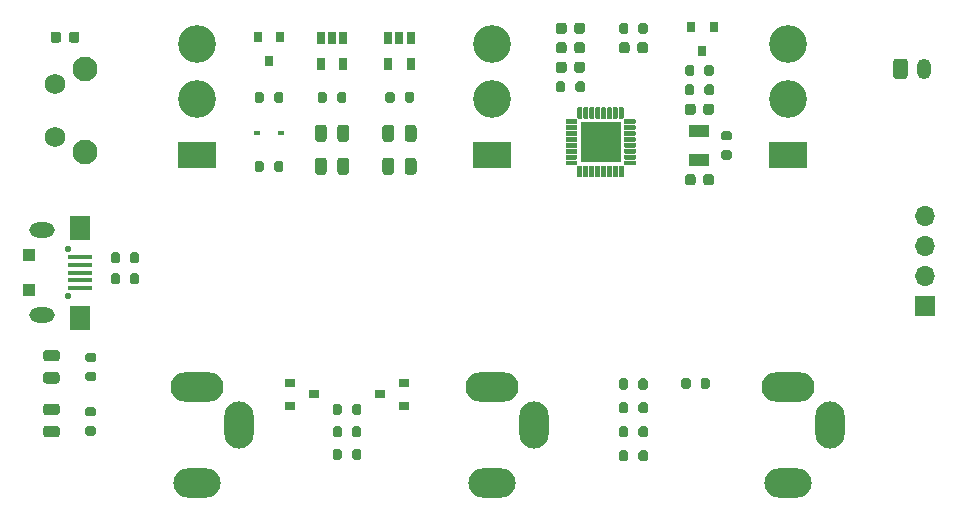
<source format=gts>
G04 #@! TF.GenerationSoftware,KiCad,Pcbnew,(5.1.9-0-10_14)*
G04 #@! TF.CreationDate,2021-04-21T20:11:12+02:00*
G04 #@! TF.ProjectId,ledTruck,6c656454-7275-4636-9b2e-6b696361645f,1.1*
G04 #@! TF.SameCoordinates,Original*
G04 #@! TF.FileFunction,Soldermask,Top*
G04 #@! TF.FilePolarity,Negative*
%FSLAX46Y46*%
G04 Gerber Fmt 4.6, Leading zero omitted, Abs format (unit mm)*
G04 Created by KiCad (PCBNEW (5.1.9-0-10_14)) date 2021-04-21 20:11:12*
%MOMM*%
%LPD*%
G01*
G04 APERTURE LIST*
%ADD10O,1.700000X1.700000*%
%ADD11R,1.700000X1.700000*%
%ADD12O,4.500000X2.500000*%
%ADD13O,2.500000X4.000000*%
%ADD14O,4.000000X2.500000*%
%ADD15C,2.100000*%
%ADD16C,1.750000*%
%ADD17R,0.800000X0.900000*%
%ADD18R,0.900000X0.800000*%
%ADD19R,0.600000X0.450000*%
%ADD20R,0.650000X1.060000*%
%ADD21O,1.200000X1.750000*%
%ADD22C,0.400000*%
%ADD23R,3.450000X3.450000*%
%ADD24R,1.000000X1.000000*%
%ADD25R,2.150000X0.400000*%
%ADD26R,1.800000X2.000000*%
%ADD27O,2.150000X1.300000*%
%ADD28C,0.550000*%
%ADD29R,1.800000X1.000000*%
%ADD30R,3.200000X2.300000*%
%ADD31C,3.200000*%
G04 APERTURE END LIST*
D10*
X76586160Y-18671460D03*
X76586160Y-21211460D03*
X76586160Y-23751460D03*
D11*
X76586160Y-26291460D03*
D12*
X65000000Y-33200000D03*
D13*
X68550000Y-36400000D03*
D14*
X65000000Y-41300000D03*
D12*
X40000000Y-33200000D03*
D13*
X43550000Y-36400000D03*
D14*
X40000000Y-41300000D03*
D12*
X15000000Y-33200000D03*
D13*
X18550000Y-36400000D03*
D14*
X15000000Y-41300000D03*
G36*
G01*
X8465000Y-21950000D02*
X8465000Y-22500000D01*
G75*
G02*
X8265000Y-22700000I-200000J0D01*
G01*
X7865000Y-22700000D01*
G75*
G02*
X7665000Y-22500000I0J200000D01*
G01*
X7665000Y-21950000D01*
G75*
G02*
X7865000Y-21750000I200000J0D01*
G01*
X8265000Y-21750000D01*
G75*
G02*
X8465000Y-21950000I0J-200000D01*
G01*
G37*
G36*
G01*
X10115000Y-21950000D02*
X10115000Y-22500000D01*
G75*
G02*
X9915000Y-22700000I-200000J0D01*
G01*
X9515000Y-22700000D01*
G75*
G02*
X9315000Y-22500000I0J200000D01*
G01*
X9315000Y-21950000D01*
G75*
G02*
X9515000Y-21750000I200000J0D01*
G01*
X9915000Y-21750000D01*
G75*
G02*
X10115000Y-21950000I0J-200000D01*
G01*
G37*
G36*
G01*
X9315000Y-24278000D02*
X9315000Y-23728000D01*
G75*
G02*
X9515000Y-23528000I200000J0D01*
G01*
X9915000Y-23528000D01*
G75*
G02*
X10115000Y-23728000I0J-200000D01*
G01*
X10115000Y-24278000D01*
G75*
G02*
X9915000Y-24478000I-200000J0D01*
G01*
X9515000Y-24478000D01*
G75*
G02*
X9315000Y-24278000I0J200000D01*
G01*
G37*
G36*
G01*
X7665000Y-24278000D02*
X7665000Y-23728000D01*
G75*
G02*
X7865000Y-23528000I200000J0D01*
G01*
X8265000Y-23528000D01*
G75*
G02*
X8465000Y-23728000I0J-200000D01*
G01*
X8465000Y-24278000D01*
G75*
G02*
X8265000Y-24478000I-200000J0D01*
G01*
X7865000Y-24478000D01*
G75*
G02*
X7665000Y-24278000I0J200000D01*
G01*
G37*
D15*
X5490000Y-13250000D03*
D16*
X3000000Y-12000000D03*
X3000000Y-7500000D03*
D15*
X5490000Y-6240000D03*
G36*
G01*
X25991000Y-8361000D02*
X25991000Y-8911000D01*
G75*
G02*
X25791000Y-9111000I-200000J0D01*
G01*
X25391000Y-9111000D01*
G75*
G02*
X25191000Y-8911000I0J200000D01*
G01*
X25191000Y-8361000D01*
G75*
G02*
X25391000Y-8161000I200000J0D01*
G01*
X25791000Y-8161000D01*
G75*
G02*
X25991000Y-8361000I0J-200000D01*
G01*
G37*
G36*
G01*
X27641000Y-8361000D02*
X27641000Y-8911000D01*
G75*
G02*
X27441000Y-9111000I-200000J0D01*
G01*
X27041000Y-9111000D01*
G75*
G02*
X26841000Y-8911000I0J200000D01*
G01*
X26841000Y-8361000D01*
G75*
G02*
X27041000Y-8161000I200000J0D01*
G01*
X27441000Y-8161000D01*
G75*
G02*
X27641000Y-8361000I0J-200000D01*
G01*
G37*
G36*
G01*
X21507000Y-14753000D02*
X21507000Y-14203000D01*
G75*
G02*
X21707000Y-14003000I200000J0D01*
G01*
X22107000Y-14003000D01*
G75*
G02*
X22307000Y-14203000I0J-200000D01*
G01*
X22307000Y-14753000D01*
G75*
G02*
X22107000Y-14953000I-200000J0D01*
G01*
X21707000Y-14953000D01*
G75*
G02*
X21507000Y-14753000I0J200000D01*
G01*
G37*
G36*
G01*
X19857000Y-14753000D02*
X19857000Y-14203000D01*
G75*
G02*
X20057000Y-14003000I200000J0D01*
G01*
X20457000Y-14003000D01*
G75*
G02*
X20657000Y-14203000I0J-200000D01*
G01*
X20657000Y-14753000D01*
G75*
G02*
X20457000Y-14953000I-200000J0D01*
G01*
X20057000Y-14953000D01*
G75*
G02*
X19857000Y-14753000I0J200000D01*
G01*
G37*
G36*
G01*
X20657000Y-8361000D02*
X20657000Y-8911000D01*
G75*
G02*
X20457000Y-9111000I-200000J0D01*
G01*
X20057000Y-9111000D01*
G75*
G02*
X19857000Y-8911000I0J200000D01*
G01*
X19857000Y-8361000D01*
G75*
G02*
X20057000Y-8161000I200000J0D01*
G01*
X20457000Y-8161000D01*
G75*
G02*
X20657000Y-8361000I0J-200000D01*
G01*
G37*
G36*
G01*
X22307000Y-8361000D02*
X22307000Y-8911000D01*
G75*
G02*
X22107000Y-9111000I-200000J0D01*
G01*
X21707000Y-9111000D01*
G75*
G02*
X21507000Y-8911000I0J200000D01*
G01*
X21507000Y-8361000D01*
G75*
G02*
X21707000Y-8161000I200000J0D01*
G01*
X22107000Y-8161000D01*
G75*
G02*
X22307000Y-8361000I0J-200000D01*
G01*
G37*
G36*
G01*
X27261000Y-34777000D02*
X27261000Y-35327000D01*
G75*
G02*
X27061000Y-35527000I-200000J0D01*
G01*
X26661000Y-35527000D01*
G75*
G02*
X26461000Y-35327000I0J200000D01*
G01*
X26461000Y-34777000D01*
G75*
G02*
X26661000Y-34577000I200000J0D01*
G01*
X27061000Y-34577000D01*
G75*
G02*
X27261000Y-34777000I0J-200000D01*
G01*
G37*
G36*
G01*
X28911000Y-34777000D02*
X28911000Y-35327000D01*
G75*
G02*
X28711000Y-35527000I-200000J0D01*
G01*
X28311000Y-35527000D01*
G75*
G02*
X28111000Y-35327000I0J200000D01*
G01*
X28111000Y-34777000D01*
G75*
G02*
X28311000Y-34577000I200000J0D01*
G01*
X28711000Y-34577000D01*
G75*
G02*
X28911000Y-34777000I0J-200000D01*
G01*
G37*
D17*
X21082000Y-5572000D03*
X20132000Y-3572000D03*
X22032000Y-3572000D03*
D18*
X30496000Y-33782000D03*
X32496000Y-32832000D03*
X32496000Y-34732000D03*
X24876000Y-33782000D03*
X22876000Y-34732000D03*
X22876000Y-32832000D03*
D19*
X22132000Y-11684000D03*
X20032000Y-11684000D03*
G36*
G01*
X4135000Y-3806000D02*
X4135000Y-3306000D01*
G75*
G02*
X4360000Y-3081000I225000J0D01*
G01*
X4810000Y-3081000D01*
G75*
G02*
X5035000Y-3306000I0J-225000D01*
G01*
X5035000Y-3806000D01*
G75*
G02*
X4810000Y-4031000I-225000J0D01*
G01*
X4360000Y-4031000D01*
G75*
G02*
X4135000Y-3806000I0J225000D01*
G01*
G37*
G36*
G01*
X2585000Y-3806000D02*
X2585000Y-3306000D01*
G75*
G02*
X2810000Y-3081000I225000J0D01*
G01*
X3260000Y-3081000D01*
G75*
G02*
X3485000Y-3306000I0J-225000D01*
G01*
X3485000Y-3806000D01*
G75*
G02*
X3260000Y-4031000I-225000J0D01*
G01*
X2810000Y-4031000D01*
G75*
G02*
X2585000Y-3806000I0J225000D01*
G01*
G37*
G36*
G01*
X52363000Y-3074000D02*
X52363000Y-2524000D01*
G75*
G02*
X52563000Y-2324000I200000J0D01*
G01*
X52963000Y-2324000D01*
G75*
G02*
X53163000Y-2524000I0J-200000D01*
G01*
X53163000Y-3074000D01*
G75*
G02*
X52963000Y-3274000I-200000J0D01*
G01*
X52563000Y-3274000D01*
G75*
G02*
X52363000Y-3074000I0J200000D01*
G01*
G37*
G36*
G01*
X50713000Y-3074000D02*
X50713000Y-2524000D01*
G75*
G02*
X50913000Y-2324000I200000J0D01*
G01*
X51313000Y-2324000D01*
G75*
G02*
X51513000Y-2524000I0J-200000D01*
G01*
X51513000Y-3074000D01*
G75*
G02*
X51313000Y-3274000I-200000J0D01*
G01*
X50913000Y-3274000D01*
G75*
G02*
X50713000Y-3074000I0J200000D01*
G01*
G37*
D17*
X57780000Y-4688000D03*
X56830000Y-2688000D03*
X58730000Y-2688000D03*
G36*
G01*
X51613000Y-4200000D02*
X51613000Y-4700000D01*
G75*
G02*
X51388000Y-4925000I-225000J0D01*
G01*
X50938000Y-4925000D01*
G75*
G02*
X50713000Y-4700000I0J225000D01*
G01*
X50713000Y-4200000D01*
G75*
G02*
X50938000Y-3975000I225000J0D01*
G01*
X51388000Y-3975000D01*
G75*
G02*
X51613000Y-4200000I0J-225000D01*
G01*
G37*
G36*
G01*
X53163000Y-4200000D02*
X53163000Y-4700000D01*
G75*
G02*
X52938000Y-4925000I-225000J0D01*
G01*
X52488000Y-4925000D01*
G75*
G02*
X52263000Y-4700000I0J225000D01*
G01*
X52263000Y-4200000D01*
G75*
G02*
X52488000Y-3975000I225000J0D01*
G01*
X52938000Y-3975000D01*
G75*
G02*
X53163000Y-4200000I0J-225000D01*
G01*
G37*
D20*
X33076000Y-5804000D03*
X31176000Y-5804000D03*
X31176000Y-3604000D03*
X32126000Y-3604000D03*
X33076000Y-3604000D03*
X27366000Y-5799000D03*
X25466000Y-5799000D03*
X25466000Y-3599000D03*
X26416000Y-3599000D03*
X27366000Y-3599000D03*
D21*
X76544000Y-6228000D03*
G36*
G01*
X73944000Y-6853001D02*
X73944000Y-5602999D01*
G75*
G02*
X74193999Y-5353000I249999J0D01*
G01*
X74894001Y-5353000D01*
G75*
G02*
X75144000Y-5602999I0J-249999D01*
G01*
X75144000Y-6853001D01*
G75*
G02*
X74894001Y-7103000I-249999J0D01*
G01*
X74193999Y-7103000D01*
G75*
G02*
X73944000Y-6853001I0J249999D01*
G01*
G37*
G36*
G01*
X56770800Y-32592600D02*
X56770800Y-33142600D01*
G75*
G02*
X56570800Y-33342600I-200000J0D01*
G01*
X56170800Y-33342600D01*
G75*
G02*
X55970800Y-33142600I0J200000D01*
G01*
X55970800Y-32592600D01*
G75*
G02*
X56170800Y-32392600I200000J0D01*
G01*
X56570800Y-32392600D01*
G75*
G02*
X56770800Y-32592600I0J-200000D01*
G01*
G37*
G36*
G01*
X58420800Y-32592600D02*
X58420800Y-33142600D01*
G75*
G02*
X58220800Y-33342600I-200000J0D01*
G01*
X57820800Y-33342600D01*
G75*
G02*
X57620800Y-33142600I0J200000D01*
G01*
X57620800Y-32592600D01*
G75*
G02*
X57820800Y-32392600I200000J0D01*
G01*
X58220800Y-32392600D01*
G75*
G02*
X58420800Y-32592600I0J-200000D01*
G01*
G37*
G36*
G01*
X57951000Y-8281000D02*
X57951000Y-7731000D01*
G75*
G02*
X58151000Y-7531000I200000J0D01*
G01*
X58551000Y-7531000D01*
G75*
G02*
X58751000Y-7731000I0J-200000D01*
G01*
X58751000Y-8281000D01*
G75*
G02*
X58551000Y-8481000I-200000J0D01*
G01*
X58151000Y-8481000D01*
G75*
G02*
X57951000Y-8281000I0J200000D01*
G01*
G37*
G36*
G01*
X56301000Y-8281000D02*
X56301000Y-7731000D01*
G75*
G02*
X56501000Y-7531000I200000J0D01*
G01*
X56901000Y-7531000D01*
G75*
G02*
X57101000Y-7731000I0J-200000D01*
G01*
X57101000Y-8281000D01*
G75*
G02*
X56901000Y-8481000I-200000J0D01*
G01*
X56501000Y-8481000D01*
G75*
G02*
X56301000Y-8281000I0J200000D01*
G01*
G37*
G36*
G01*
X57101000Y-6080000D02*
X57101000Y-6630000D01*
G75*
G02*
X56901000Y-6830000I-200000J0D01*
G01*
X56501000Y-6830000D01*
G75*
G02*
X56301000Y-6630000I0J200000D01*
G01*
X56301000Y-6080000D01*
G75*
G02*
X56501000Y-5880000I200000J0D01*
G01*
X56901000Y-5880000D01*
G75*
G02*
X57101000Y-6080000I0J-200000D01*
G01*
G37*
G36*
G01*
X58751000Y-6080000D02*
X58751000Y-6630000D01*
G75*
G02*
X58551000Y-6830000I-200000J0D01*
G01*
X58151000Y-6830000D01*
G75*
G02*
X57951000Y-6630000I0J200000D01*
G01*
X57951000Y-6080000D01*
G75*
G02*
X58151000Y-5880000I200000J0D01*
G01*
X58551000Y-5880000D01*
G75*
G02*
X58751000Y-6080000I0J-200000D01*
G01*
G37*
G36*
G01*
X5694000Y-36493000D02*
X6244000Y-36493000D01*
G75*
G02*
X6444000Y-36693000I0J-200000D01*
G01*
X6444000Y-37093000D01*
G75*
G02*
X6244000Y-37293000I-200000J0D01*
G01*
X5694000Y-37293000D01*
G75*
G02*
X5494000Y-37093000I0J200000D01*
G01*
X5494000Y-36693000D01*
G75*
G02*
X5694000Y-36493000I200000J0D01*
G01*
G37*
G36*
G01*
X5694000Y-34843000D02*
X6244000Y-34843000D01*
G75*
G02*
X6444000Y-35043000I0J-200000D01*
G01*
X6444000Y-35443000D01*
G75*
G02*
X6244000Y-35643000I-200000J0D01*
G01*
X5694000Y-35643000D01*
G75*
G02*
X5494000Y-35443000I0J200000D01*
G01*
X5494000Y-35043000D01*
G75*
G02*
X5694000Y-34843000I200000J0D01*
G01*
G37*
G36*
G01*
X6269400Y-31045600D02*
X5719400Y-31045600D01*
G75*
G02*
X5519400Y-30845600I0J200000D01*
G01*
X5519400Y-30445600D01*
G75*
G02*
X5719400Y-30245600I200000J0D01*
G01*
X6269400Y-30245600D01*
G75*
G02*
X6469400Y-30445600I0J-200000D01*
G01*
X6469400Y-30845600D01*
G75*
G02*
X6269400Y-31045600I-200000J0D01*
G01*
G37*
G36*
G01*
X6269400Y-32695600D02*
X5719400Y-32695600D01*
G75*
G02*
X5519400Y-32495600I0J200000D01*
G01*
X5519400Y-32095600D01*
G75*
G02*
X5719400Y-31895600I200000J0D01*
G01*
X6269400Y-31895600D01*
G75*
G02*
X6469400Y-32095600I0J-200000D01*
G01*
X6469400Y-32495600D01*
G75*
G02*
X6269400Y-32695600I-200000J0D01*
G01*
G37*
G36*
G01*
X47029000Y-8027000D02*
X47029000Y-7477000D01*
G75*
G02*
X47229000Y-7277000I200000J0D01*
G01*
X47629000Y-7277000D01*
G75*
G02*
X47829000Y-7477000I0J-200000D01*
G01*
X47829000Y-8027000D01*
G75*
G02*
X47629000Y-8227000I-200000J0D01*
G01*
X47229000Y-8227000D01*
G75*
G02*
X47029000Y-8027000I0J200000D01*
G01*
G37*
G36*
G01*
X45379000Y-8027000D02*
X45379000Y-7477000D01*
G75*
G02*
X45579000Y-7277000I200000J0D01*
G01*
X45979000Y-7277000D01*
G75*
G02*
X46179000Y-7477000I0J-200000D01*
G01*
X46179000Y-8027000D01*
G75*
G02*
X45979000Y-8227000I-200000J0D01*
G01*
X45579000Y-8227000D01*
G75*
G02*
X45379000Y-8027000I0J200000D01*
G01*
G37*
G36*
G01*
X60087000Y-12280000D02*
X59537000Y-12280000D01*
G75*
G02*
X59337000Y-12080000I0J200000D01*
G01*
X59337000Y-11680000D01*
G75*
G02*
X59537000Y-11480000I200000J0D01*
G01*
X60087000Y-11480000D01*
G75*
G02*
X60287000Y-11680000I0J-200000D01*
G01*
X60287000Y-12080000D01*
G75*
G02*
X60087000Y-12280000I-200000J0D01*
G01*
G37*
G36*
G01*
X60087000Y-13930000D02*
X59537000Y-13930000D01*
G75*
G02*
X59337000Y-13730000I0J200000D01*
G01*
X59337000Y-13330000D01*
G75*
G02*
X59537000Y-13130000I200000J0D01*
G01*
X60087000Y-13130000D01*
G75*
G02*
X60287000Y-13330000I0J-200000D01*
G01*
X60287000Y-13730000D01*
G75*
G02*
X60087000Y-13930000I-200000J0D01*
G01*
G37*
G36*
G01*
X31726400Y-8361000D02*
X31726400Y-8911000D01*
G75*
G02*
X31526400Y-9111000I-200000J0D01*
G01*
X31126400Y-9111000D01*
G75*
G02*
X30926400Y-8911000I0J200000D01*
G01*
X30926400Y-8361000D01*
G75*
G02*
X31126400Y-8161000I200000J0D01*
G01*
X31526400Y-8161000D01*
G75*
G02*
X31726400Y-8361000I0J-200000D01*
G01*
G37*
G36*
G01*
X33376400Y-8361000D02*
X33376400Y-8911000D01*
G75*
G02*
X33176400Y-9111000I-200000J0D01*
G01*
X32776400Y-9111000D01*
G75*
G02*
X32576400Y-8911000I0J200000D01*
G01*
X32576400Y-8361000D01*
G75*
G02*
X32776400Y-8161000I200000J0D01*
G01*
X33176400Y-8161000D01*
G75*
G02*
X33376400Y-8361000I0J-200000D01*
G01*
G37*
G36*
G01*
X51513000Y-38719000D02*
X51513000Y-39269000D01*
G75*
G02*
X51313000Y-39469000I-200000J0D01*
G01*
X50913000Y-39469000D01*
G75*
G02*
X50713000Y-39269000I0J200000D01*
G01*
X50713000Y-38719000D01*
G75*
G02*
X50913000Y-38519000I200000J0D01*
G01*
X51313000Y-38519000D01*
G75*
G02*
X51513000Y-38719000I0J-200000D01*
G01*
G37*
G36*
G01*
X53163000Y-38719000D02*
X53163000Y-39269000D01*
G75*
G02*
X52963000Y-39469000I-200000J0D01*
G01*
X52563000Y-39469000D01*
G75*
G02*
X52363000Y-39269000I0J200000D01*
G01*
X52363000Y-38719000D01*
G75*
G02*
X52563000Y-38519000I200000J0D01*
G01*
X52963000Y-38519000D01*
G75*
G02*
X53163000Y-38719000I0J-200000D01*
G01*
G37*
G36*
G01*
X52363000Y-35205000D02*
X52363000Y-34655000D01*
G75*
G02*
X52563000Y-34455000I200000J0D01*
G01*
X52963000Y-34455000D01*
G75*
G02*
X53163000Y-34655000I0J-200000D01*
G01*
X53163000Y-35205000D01*
G75*
G02*
X52963000Y-35405000I-200000J0D01*
G01*
X52563000Y-35405000D01*
G75*
G02*
X52363000Y-35205000I0J200000D01*
G01*
G37*
G36*
G01*
X50713000Y-35205000D02*
X50713000Y-34655000D01*
G75*
G02*
X50913000Y-34455000I200000J0D01*
G01*
X51313000Y-34455000D01*
G75*
G02*
X51513000Y-34655000I0J-200000D01*
G01*
X51513000Y-35205000D01*
G75*
G02*
X51313000Y-35405000I-200000J0D01*
G01*
X50913000Y-35405000D01*
G75*
G02*
X50713000Y-35205000I0J200000D01*
G01*
G37*
G36*
G01*
X28111000Y-37232000D02*
X28111000Y-36682000D01*
G75*
G02*
X28311000Y-36482000I200000J0D01*
G01*
X28711000Y-36482000D01*
G75*
G02*
X28911000Y-36682000I0J-200000D01*
G01*
X28911000Y-37232000D01*
G75*
G02*
X28711000Y-37432000I-200000J0D01*
G01*
X28311000Y-37432000D01*
G75*
G02*
X28111000Y-37232000I0J200000D01*
G01*
G37*
G36*
G01*
X26461000Y-37232000D02*
X26461000Y-36682000D01*
G75*
G02*
X26661000Y-36482000I200000J0D01*
G01*
X27061000Y-36482000D01*
G75*
G02*
X27261000Y-36682000I0J-200000D01*
G01*
X27261000Y-37232000D01*
G75*
G02*
X27061000Y-37432000I-200000J0D01*
G01*
X26661000Y-37432000D01*
G75*
G02*
X26461000Y-37232000I0J200000D01*
G01*
G37*
G36*
G01*
X51513000Y-36687000D02*
X51513000Y-37237000D01*
G75*
G02*
X51313000Y-37437000I-200000J0D01*
G01*
X50913000Y-37437000D01*
G75*
G02*
X50713000Y-37237000I0J200000D01*
G01*
X50713000Y-36687000D01*
G75*
G02*
X50913000Y-36487000I200000J0D01*
G01*
X51313000Y-36487000D01*
G75*
G02*
X51513000Y-36687000I0J-200000D01*
G01*
G37*
G36*
G01*
X53163000Y-36687000D02*
X53163000Y-37237000D01*
G75*
G02*
X52963000Y-37437000I-200000J0D01*
G01*
X52563000Y-37437000D01*
G75*
G02*
X52363000Y-37237000I0J200000D01*
G01*
X52363000Y-36687000D01*
G75*
G02*
X52563000Y-36487000I200000J0D01*
G01*
X52963000Y-36487000D01*
G75*
G02*
X53163000Y-36687000I0J-200000D01*
G01*
G37*
G36*
G01*
X51492600Y-32643400D02*
X51492600Y-33193400D01*
G75*
G02*
X51292600Y-33393400I-200000J0D01*
G01*
X50892600Y-33393400D01*
G75*
G02*
X50692600Y-33193400I0J200000D01*
G01*
X50692600Y-32643400D01*
G75*
G02*
X50892600Y-32443400I200000J0D01*
G01*
X51292600Y-32443400D01*
G75*
G02*
X51492600Y-32643400I0J-200000D01*
G01*
G37*
G36*
G01*
X53142600Y-32643400D02*
X53142600Y-33193400D01*
G75*
G02*
X52942600Y-33393400I-200000J0D01*
G01*
X52542600Y-33393400D01*
G75*
G02*
X52342600Y-33193400I0J200000D01*
G01*
X52342600Y-32643400D01*
G75*
G02*
X52542600Y-32443400I200000J0D01*
G01*
X52942600Y-32443400D01*
G75*
G02*
X53142600Y-32643400I0J-200000D01*
G01*
G37*
G36*
G01*
X28111000Y-39137000D02*
X28111000Y-38587000D01*
G75*
G02*
X28311000Y-38387000I200000J0D01*
G01*
X28711000Y-38387000D01*
G75*
G02*
X28911000Y-38587000I0J-200000D01*
G01*
X28911000Y-39137000D01*
G75*
G02*
X28711000Y-39337000I-200000J0D01*
G01*
X28311000Y-39337000D01*
G75*
G02*
X28111000Y-39137000I0J200000D01*
G01*
G37*
G36*
G01*
X26461000Y-39137000D02*
X26461000Y-38587000D01*
G75*
G02*
X26661000Y-38387000I200000J0D01*
G01*
X27061000Y-38387000D01*
G75*
G02*
X27261000Y-38587000I0J-200000D01*
G01*
X27261000Y-39137000D01*
G75*
G02*
X27061000Y-39337000I-200000J0D01*
G01*
X26661000Y-39337000D01*
G75*
G02*
X26461000Y-39137000I0J200000D01*
G01*
G37*
G36*
G01*
X25966000Y-14003000D02*
X25966000Y-14953000D01*
G75*
G02*
X25716000Y-15203000I-250000J0D01*
G01*
X25216000Y-15203000D01*
G75*
G02*
X24966000Y-14953000I0J250000D01*
G01*
X24966000Y-14003000D01*
G75*
G02*
X25216000Y-13753000I250000J0D01*
G01*
X25716000Y-13753000D01*
G75*
G02*
X25966000Y-14003000I0J-250000D01*
G01*
G37*
G36*
G01*
X27866000Y-14003000D02*
X27866000Y-14953000D01*
G75*
G02*
X27616000Y-15203000I-250000J0D01*
G01*
X27116000Y-15203000D01*
G75*
G02*
X26866000Y-14953000I0J250000D01*
G01*
X26866000Y-14003000D01*
G75*
G02*
X27116000Y-13753000I250000J0D01*
G01*
X27616000Y-13753000D01*
G75*
G02*
X27866000Y-14003000I0J-250000D01*
G01*
G37*
G36*
G01*
X46279000Y-5851000D02*
X46279000Y-6351000D01*
G75*
G02*
X46054000Y-6576000I-225000J0D01*
G01*
X45604000Y-6576000D01*
G75*
G02*
X45379000Y-6351000I0J225000D01*
G01*
X45379000Y-5851000D01*
G75*
G02*
X45604000Y-5626000I225000J0D01*
G01*
X46054000Y-5626000D01*
G75*
G02*
X46279000Y-5851000I0J-225000D01*
G01*
G37*
G36*
G01*
X47829000Y-5851000D02*
X47829000Y-6351000D01*
G75*
G02*
X47604000Y-6576000I-225000J0D01*
G01*
X47154000Y-6576000D01*
G75*
G02*
X46929000Y-6351000I0J225000D01*
G01*
X46929000Y-5851000D01*
G75*
G02*
X47154000Y-5626000I225000J0D01*
G01*
X47604000Y-5626000D01*
G75*
G02*
X47829000Y-5851000I0J-225000D01*
G01*
G37*
G36*
G01*
X32576000Y-12164000D02*
X32576000Y-11214000D01*
G75*
G02*
X32826000Y-10964000I250000J0D01*
G01*
X33326000Y-10964000D01*
G75*
G02*
X33576000Y-11214000I0J-250000D01*
G01*
X33576000Y-12164000D01*
G75*
G02*
X33326000Y-12414000I-250000J0D01*
G01*
X32826000Y-12414000D01*
G75*
G02*
X32576000Y-12164000I0J250000D01*
G01*
G37*
G36*
G01*
X30676000Y-12164000D02*
X30676000Y-11214000D01*
G75*
G02*
X30926000Y-10964000I250000J0D01*
G01*
X31426000Y-10964000D01*
G75*
G02*
X31676000Y-11214000I0J-250000D01*
G01*
X31676000Y-12164000D01*
G75*
G02*
X31426000Y-12414000I-250000J0D01*
G01*
X30926000Y-12414000D01*
G75*
G02*
X30676000Y-12164000I0J250000D01*
G01*
G37*
G36*
G01*
X46929000Y-4700000D02*
X46929000Y-4200000D01*
G75*
G02*
X47154000Y-3975000I225000J0D01*
G01*
X47604000Y-3975000D01*
G75*
G02*
X47829000Y-4200000I0J-225000D01*
G01*
X47829000Y-4700000D01*
G75*
G02*
X47604000Y-4925000I-225000J0D01*
G01*
X47154000Y-4925000D01*
G75*
G02*
X46929000Y-4700000I0J225000D01*
G01*
G37*
G36*
G01*
X45379000Y-4700000D02*
X45379000Y-4200000D01*
G75*
G02*
X45604000Y-3975000I225000J0D01*
G01*
X46054000Y-3975000D01*
G75*
G02*
X46279000Y-4200000I0J-225000D01*
G01*
X46279000Y-4700000D01*
G75*
G02*
X46054000Y-4925000I-225000J0D01*
G01*
X45604000Y-4925000D01*
G75*
G02*
X45379000Y-4700000I0J225000D01*
G01*
G37*
G36*
G01*
X46929000Y-3049000D02*
X46929000Y-2549000D01*
G75*
G02*
X47154000Y-2324000I225000J0D01*
G01*
X47604000Y-2324000D01*
G75*
G02*
X47829000Y-2549000I0J-225000D01*
G01*
X47829000Y-3049000D01*
G75*
G02*
X47604000Y-3274000I-225000J0D01*
G01*
X47154000Y-3274000D01*
G75*
G02*
X46929000Y-3049000I0J225000D01*
G01*
G37*
G36*
G01*
X45379000Y-3049000D02*
X45379000Y-2549000D01*
G75*
G02*
X45604000Y-2324000I225000J0D01*
G01*
X46054000Y-2324000D01*
G75*
G02*
X46279000Y-2549000I0J-225000D01*
G01*
X46279000Y-3049000D01*
G75*
G02*
X46054000Y-3274000I-225000J0D01*
G01*
X45604000Y-3274000D01*
G75*
G02*
X45379000Y-3049000I0J225000D01*
G01*
G37*
G36*
G01*
X25966000Y-11209000D02*
X25966000Y-12159000D01*
G75*
G02*
X25716000Y-12409000I-250000J0D01*
G01*
X25216000Y-12409000D01*
G75*
G02*
X24966000Y-12159000I0J250000D01*
G01*
X24966000Y-11209000D01*
G75*
G02*
X25216000Y-10959000I250000J0D01*
G01*
X25716000Y-10959000D01*
G75*
G02*
X25966000Y-11209000I0J-250000D01*
G01*
G37*
G36*
G01*
X27866000Y-11209000D02*
X27866000Y-12159000D01*
G75*
G02*
X27616000Y-12409000I-250000J0D01*
G01*
X27116000Y-12409000D01*
G75*
G02*
X26866000Y-12159000I0J250000D01*
G01*
X26866000Y-11209000D01*
G75*
G02*
X27116000Y-10959000I250000J0D01*
G01*
X27616000Y-10959000D01*
G75*
G02*
X27866000Y-11209000I0J-250000D01*
G01*
G37*
G36*
G01*
X57851000Y-9907000D02*
X57851000Y-9407000D01*
G75*
G02*
X58076000Y-9182000I225000J0D01*
G01*
X58526000Y-9182000D01*
G75*
G02*
X58751000Y-9407000I0J-225000D01*
G01*
X58751000Y-9907000D01*
G75*
G02*
X58526000Y-10132000I-225000J0D01*
G01*
X58076000Y-10132000D01*
G75*
G02*
X57851000Y-9907000I0J225000D01*
G01*
G37*
G36*
G01*
X56301000Y-9907000D02*
X56301000Y-9407000D01*
G75*
G02*
X56526000Y-9182000I225000J0D01*
G01*
X56976000Y-9182000D01*
G75*
G02*
X57201000Y-9407000I0J-225000D01*
G01*
X57201000Y-9907000D01*
G75*
G02*
X56976000Y-10132000I-225000J0D01*
G01*
X56526000Y-10132000D01*
G75*
G02*
X56301000Y-9907000I0J225000D01*
G01*
G37*
G36*
G01*
X57851000Y-15876000D02*
X57851000Y-15376000D01*
G75*
G02*
X58076000Y-15151000I225000J0D01*
G01*
X58526000Y-15151000D01*
G75*
G02*
X58751000Y-15376000I0J-225000D01*
G01*
X58751000Y-15876000D01*
G75*
G02*
X58526000Y-16101000I-225000J0D01*
G01*
X58076000Y-16101000D01*
G75*
G02*
X57851000Y-15876000I0J225000D01*
G01*
G37*
G36*
G01*
X56301000Y-15876000D02*
X56301000Y-15376000D01*
G75*
G02*
X56526000Y-15151000I225000J0D01*
G01*
X56976000Y-15151000D01*
G75*
G02*
X57201000Y-15376000I0J-225000D01*
G01*
X57201000Y-15876000D01*
G75*
G02*
X56976000Y-16101000I-225000J0D01*
G01*
X56526000Y-16101000D01*
G75*
G02*
X56301000Y-15876000I0J225000D01*
G01*
G37*
G36*
G01*
X32576000Y-14953000D02*
X32576000Y-14003000D01*
G75*
G02*
X32826000Y-13753000I250000J0D01*
G01*
X33326000Y-13753000D01*
G75*
G02*
X33576000Y-14003000I0J-250000D01*
G01*
X33576000Y-14953000D01*
G75*
G02*
X33326000Y-15203000I-250000J0D01*
G01*
X32826000Y-15203000D01*
G75*
G02*
X32576000Y-14953000I0J250000D01*
G01*
G37*
G36*
G01*
X30676000Y-14953000D02*
X30676000Y-14003000D01*
G75*
G02*
X30926000Y-13753000I250000J0D01*
G01*
X31426000Y-13753000D01*
G75*
G02*
X31676000Y-14003000I0J-250000D01*
G01*
X31676000Y-14953000D01*
G75*
G02*
X31426000Y-15203000I-250000J0D01*
G01*
X30926000Y-15203000D01*
G75*
G02*
X30676000Y-14953000I0J250000D01*
G01*
G37*
G36*
G01*
X2202630Y-36450000D02*
X3115130Y-36450000D01*
G75*
G02*
X3358880Y-36693750I0J-243750D01*
G01*
X3358880Y-37181250D01*
G75*
G02*
X3115130Y-37425000I-243750J0D01*
G01*
X2202630Y-37425000D01*
G75*
G02*
X1958880Y-37181250I0J243750D01*
G01*
X1958880Y-36693750D01*
G75*
G02*
X2202630Y-36450000I243750J0D01*
G01*
G37*
G36*
G01*
X2202630Y-34575000D02*
X3115130Y-34575000D01*
G75*
G02*
X3358880Y-34818750I0J-243750D01*
G01*
X3358880Y-35306250D01*
G75*
G02*
X3115130Y-35550000I-243750J0D01*
G01*
X2202630Y-35550000D01*
G75*
G02*
X1958880Y-35306250I0J243750D01*
G01*
X1958880Y-34818750D01*
G75*
G02*
X2202630Y-34575000I243750J0D01*
G01*
G37*
G36*
G01*
X2202630Y-31900000D02*
X3115130Y-31900000D01*
G75*
G02*
X3358880Y-32143750I0J-243750D01*
G01*
X3358880Y-32631250D01*
G75*
G02*
X3115130Y-32875000I-243750J0D01*
G01*
X2202630Y-32875000D01*
G75*
G02*
X1958880Y-32631250I0J243750D01*
G01*
X1958880Y-32143750D01*
G75*
G02*
X2202630Y-31900000I243750J0D01*
G01*
G37*
G36*
G01*
X2202630Y-30025000D02*
X3115130Y-30025000D01*
G75*
G02*
X3358880Y-30268750I0J-243750D01*
G01*
X3358880Y-30756250D01*
G75*
G02*
X3115130Y-31000000I-243750J0D01*
G01*
X2202630Y-31000000D01*
G75*
G02*
X1958880Y-30756250I0J243750D01*
G01*
X1958880Y-30268750D01*
G75*
G02*
X2202630Y-30025000I243750J0D01*
G01*
G37*
G36*
G01*
X51046000Y-15420000D02*
X50766000Y-15420000D01*
G75*
G02*
X50696000Y-15350000I0J70000D01*
G01*
X50696000Y-14500000D01*
G75*
G02*
X50766000Y-14430000I70000J0D01*
G01*
X51046000Y-14430000D01*
G75*
G02*
X51116000Y-14500000I0J-70000D01*
G01*
X51116000Y-15350000D01*
G75*
G02*
X51046000Y-15420000I-70000J0D01*
G01*
G37*
G36*
G01*
X50546000Y-15420000D02*
X50266000Y-15420000D01*
G75*
G02*
X50196000Y-15350000I0J70000D01*
G01*
X50196000Y-14500000D01*
G75*
G02*
X50266000Y-14430000I70000J0D01*
G01*
X50546000Y-14430000D01*
G75*
G02*
X50616000Y-14500000I0J-70000D01*
G01*
X50616000Y-15350000D01*
G75*
G02*
X50546000Y-15420000I-70000J0D01*
G01*
G37*
G36*
G01*
X50046000Y-15420000D02*
X49766000Y-15420000D01*
G75*
G02*
X49696000Y-15350000I0J70000D01*
G01*
X49696000Y-14500000D01*
G75*
G02*
X49766000Y-14430000I70000J0D01*
G01*
X50046000Y-14430000D01*
G75*
G02*
X50116000Y-14500000I0J-70000D01*
G01*
X50116000Y-15350000D01*
G75*
G02*
X50046000Y-15420000I-70000J0D01*
G01*
G37*
G36*
G01*
X49546000Y-15420000D02*
X49266000Y-15420000D01*
G75*
G02*
X49196000Y-15350000I0J70000D01*
G01*
X49196000Y-14500000D01*
G75*
G02*
X49266000Y-14430000I70000J0D01*
G01*
X49546000Y-14430000D01*
G75*
G02*
X49616000Y-14500000I0J-70000D01*
G01*
X49616000Y-15350000D01*
G75*
G02*
X49546000Y-15420000I-70000J0D01*
G01*
G37*
G36*
G01*
X49046000Y-15420000D02*
X48766000Y-15420000D01*
G75*
G02*
X48696000Y-15350000I0J70000D01*
G01*
X48696000Y-14500000D01*
G75*
G02*
X48766000Y-14430000I70000J0D01*
G01*
X49046000Y-14430000D01*
G75*
G02*
X49116000Y-14500000I0J-70000D01*
G01*
X49116000Y-15350000D01*
G75*
G02*
X49046000Y-15420000I-70000J0D01*
G01*
G37*
G36*
G01*
X48546000Y-15420000D02*
X48266000Y-15420000D01*
G75*
G02*
X48196000Y-15350000I0J70000D01*
G01*
X48196000Y-14500000D01*
G75*
G02*
X48266000Y-14430000I70000J0D01*
G01*
X48546000Y-14430000D01*
G75*
G02*
X48616000Y-14500000I0J-70000D01*
G01*
X48616000Y-15350000D01*
G75*
G02*
X48546000Y-15420000I-70000J0D01*
G01*
G37*
G36*
G01*
X48046000Y-15420000D02*
X47766000Y-15420000D01*
G75*
G02*
X47696000Y-15350000I0J70000D01*
G01*
X47696000Y-14500000D01*
G75*
G02*
X47766000Y-14430000I70000J0D01*
G01*
X48046000Y-14430000D01*
G75*
G02*
X48116000Y-14500000I0J-70000D01*
G01*
X48116000Y-15350000D01*
G75*
G02*
X48046000Y-15420000I-70000J0D01*
G01*
G37*
G36*
G01*
X47106000Y-14410000D02*
X46256000Y-14410000D01*
G75*
G02*
X46186000Y-14340000I0J70000D01*
G01*
X46186000Y-14060000D01*
G75*
G02*
X46256000Y-13990000I70000J0D01*
G01*
X47106000Y-13990000D01*
G75*
G02*
X47176000Y-14060000I0J-70000D01*
G01*
X47176000Y-14340000D01*
G75*
G02*
X47106000Y-14410000I-70000J0D01*
G01*
G37*
G36*
G01*
X47106000Y-13910000D02*
X46256000Y-13910000D01*
G75*
G02*
X46186000Y-13840000I0J70000D01*
G01*
X46186000Y-13560000D01*
G75*
G02*
X46256000Y-13490000I70000J0D01*
G01*
X47106000Y-13490000D01*
G75*
G02*
X47176000Y-13560000I0J-70000D01*
G01*
X47176000Y-13840000D01*
G75*
G02*
X47106000Y-13910000I-70000J0D01*
G01*
G37*
G36*
G01*
X47106000Y-13410000D02*
X46256000Y-13410000D01*
G75*
G02*
X46186000Y-13340000I0J70000D01*
G01*
X46186000Y-13060000D01*
G75*
G02*
X46256000Y-12990000I70000J0D01*
G01*
X47106000Y-12990000D01*
G75*
G02*
X47176000Y-13060000I0J-70000D01*
G01*
X47176000Y-13340000D01*
G75*
G02*
X47106000Y-13410000I-70000J0D01*
G01*
G37*
G36*
G01*
X47106000Y-12910000D02*
X46256000Y-12910000D01*
G75*
G02*
X46186000Y-12840000I0J70000D01*
G01*
X46186000Y-12560000D01*
G75*
G02*
X46256000Y-12490000I70000J0D01*
G01*
X47106000Y-12490000D01*
G75*
G02*
X47176000Y-12560000I0J-70000D01*
G01*
X47176000Y-12840000D01*
G75*
G02*
X47106000Y-12910000I-70000J0D01*
G01*
G37*
G36*
G01*
X47106000Y-12410000D02*
X46256000Y-12410000D01*
G75*
G02*
X46186000Y-12340000I0J70000D01*
G01*
X46186000Y-12060000D01*
G75*
G02*
X46256000Y-11990000I70000J0D01*
G01*
X47106000Y-11990000D01*
G75*
G02*
X47176000Y-12060000I0J-70000D01*
G01*
X47176000Y-12340000D01*
G75*
G02*
X47106000Y-12410000I-70000J0D01*
G01*
G37*
G36*
G01*
X47106000Y-11910000D02*
X46256000Y-11910000D01*
G75*
G02*
X46186000Y-11840000I0J70000D01*
G01*
X46186000Y-11560000D01*
G75*
G02*
X46256000Y-11490000I70000J0D01*
G01*
X47106000Y-11490000D01*
G75*
G02*
X47176000Y-11560000I0J-70000D01*
G01*
X47176000Y-11840000D01*
G75*
G02*
X47106000Y-11910000I-70000J0D01*
G01*
G37*
G36*
G01*
X47106000Y-11410000D02*
X46256000Y-11410000D01*
G75*
G02*
X46186000Y-11340000I0J70000D01*
G01*
X46186000Y-11060000D01*
G75*
G02*
X46256000Y-10990000I70000J0D01*
G01*
X47106000Y-10990000D01*
G75*
G02*
X47176000Y-11060000I0J-70000D01*
G01*
X47176000Y-11340000D01*
G75*
G02*
X47106000Y-11410000I-70000J0D01*
G01*
G37*
G36*
G01*
X47546000Y-10470000D02*
X47266000Y-10470000D01*
G75*
G02*
X47196000Y-10400000I0J70000D01*
G01*
X47196000Y-9550000D01*
G75*
G02*
X47266000Y-9480000I70000J0D01*
G01*
X47546000Y-9480000D01*
G75*
G02*
X47616000Y-9550000I0J-70000D01*
G01*
X47616000Y-10400000D01*
G75*
G02*
X47546000Y-10470000I-70000J0D01*
G01*
G37*
G36*
G01*
X48046000Y-10470000D02*
X47766000Y-10470000D01*
G75*
G02*
X47696000Y-10400000I0J70000D01*
G01*
X47696000Y-9550000D01*
G75*
G02*
X47766000Y-9480000I70000J0D01*
G01*
X48046000Y-9480000D01*
G75*
G02*
X48116000Y-9550000I0J-70000D01*
G01*
X48116000Y-10400000D01*
G75*
G02*
X48046000Y-10470000I-70000J0D01*
G01*
G37*
G36*
G01*
X48546000Y-10470000D02*
X48266000Y-10470000D01*
G75*
G02*
X48196000Y-10400000I0J70000D01*
G01*
X48196000Y-9550000D01*
G75*
G02*
X48266000Y-9480000I70000J0D01*
G01*
X48546000Y-9480000D01*
G75*
G02*
X48616000Y-9550000I0J-70000D01*
G01*
X48616000Y-10400000D01*
G75*
G02*
X48546000Y-10470000I-70000J0D01*
G01*
G37*
G36*
G01*
X49046000Y-10470000D02*
X48766000Y-10470000D01*
G75*
G02*
X48696000Y-10400000I0J70000D01*
G01*
X48696000Y-9550000D01*
G75*
G02*
X48766000Y-9480000I70000J0D01*
G01*
X49046000Y-9480000D01*
G75*
G02*
X49116000Y-9550000I0J-70000D01*
G01*
X49116000Y-10400000D01*
G75*
G02*
X49046000Y-10470000I-70000J0D01*
G01*
G37*
G36*
G01*
X49546000Y-10470000D02*
X49266000Y-10470000D01*
G75*
G02*
X49196000Y-10400000I0J70000D01*
G01*
X49196000Y-9550000D01*
G75*
G02*
X49266000Y-9480000I70000J0D01*
G01*
X49546000Y-9480000D01*
G75*
G02*
X49616000Y-9550000I0J-70000D01*
G01*
X49616000Y-10400000D01*
G75*
G02*
X49546000Y-10470000I-70000J0D01*
G01*
G37*
G36*
G01*
X50046000Y-10470000D02*
X49766000Y-10470000D01*
G75*
G02*
X49696000Y-10400000I0J70000D01*
G01*
X49696000Y-9550000D01*
G75*
G02*
X49766000Y-9480000I70000J0D01*
G01*
X50046000Y-9480000D01*
G75*
G02*
X50116000Y-9550000I0J-70000D01*
G01*
X50116000Y-10400000D01*
G75*
G02*
X50046000Y-10470000I-70000J0D01*
G01*
G37*
G36*
G01*
X50546000Y-10470000D02*
X50266000Y-10470000D01*
G75*
G02*
X50196000Y-10400000I0J70000D01*
G01*
X50196000Y-9550000D01*
G75*
G02*
X50266000Y-9480000I70000J0D01*
G01*
X50546000Y-9480000D01*
G75*
G02*
X50616000Y-9550000I0J-70000D01*
G01*
X50616000Y-10400000D01*
G75*
G02*
X50546000Y-10470000I-70000J0D01*
G01*
G37*
G36*
G01*
X52056000Y-10910000D02*
X51206000Y-10910000D01*
G75*
G02*
X51136000Y-10840000I0J70000D01*
G01*
X51136000Y-10560000D01*
G75*
G02*
X51206000Y-10490000I70000J0D01*
G01*
X52056000Y-10490000D01*
G75*
G02*
X52126000Y-10560000I0J-70000D01*
G01*
X52126000Y-10840000D01*
G75*
G02*
X52056000Y-10910000I-70000J0D01*
G01*
G37*
G36*
G01*
X52056000Y-11410000D02*
X51206000Y-11410000D01*
G75*
G02*
X51136000Y-11340000I0J70000D01*
G01*
X51136000Y-11060000D01*
G75*
G02*
X51206000Y-10990000I70000J0D01*
G01*
X52056000Y-10990000D01*
G75*
G02*
X52126000Y-11060000I0J-70000D01*
G01*
X52126000Y-11340000D01*
G75*
G02*
X52056000Y-11410000I-70000J0D01*
G01*
G37*
G36*
G01*
X52056000Y-11910000D02*
X51206000Y-11910000D01*
G75*
G02*
X51136000Y-11840000I0J70000D01*
G01*
X51136000Y-11560000D01*
G75*
G02*
X51206000Y-11490000I70000J0D01*
G01*
X52056000Y-11490000D01*
G75*
G02*
X52126000Y-11560000I0J-70000D01*
G01*
X52126000Y-11840000D01*
G75*
G02*
X52056000Y-11910000I-70000J0D01*
G01*
G37*
G36*
G01*
X52056000Y-12410000D02*
X51206000Y-12410000D01*
G75*
G02*
X51136000Y-12340000I0J70000D01*
G01*
X51136000Y-12060000D01*
G75*
G02*
X51206000Y-11990000I70000J0D01*
G01*
X52056000Y-11990000D01*
G75*
G02*
X52126000Y-12060000I0J-70000D01*
G01*
X52126000Y-12340000D01*
G75*
G02*
X52056000Y-12410000I-70000J0D01*
G01*
G37*
G36*
G01*
X52056000Y-12910000D02*
X51206000Y-12910000D01*
G75*
G02*
X51136000Y-12840000I0J70000D01*
G01*
X51136000Y-12560000D01*
G75*
G02*
X51206000Y-12490000I70000J0D01*
G01*
X52056000Y-12490000D01*
G75*
G02*
X52126000Y-12560000I0J-70000D01*
G01*
X52126000Y-12840000D01*
G75*
G02*
X52056000Y-12910000I-70000J0D01*
G01*
G37*
G36*
G01*
X52056000Y-13410000D02*
X51206000Y-13410000D01*
G75*
G02*
X51136000Y-13340000I0J70000D01*
G01*
X51136000Y-13060000D01*
G75*
G02*
X51206000Y-12990000I70000J0D01*
G01*
X52056000Y-12990000D01*
G75*
G02*
X52126000Y-13060000I0J-70000D01*
G01*
X52126000Y-13340000D01*
G75*
G02*
X52056000Y-13410000I-70000J0D01*
G01*
G37*
G36*
G01*
X52056000Y-13910000D02*
X51206000Y-13910000D01*
G75*
G02*
X51136000Y-13840000I0J70000D01*
G01*
X51136000Y-13560000D01*
G75*
G02*
X51206000Y-13490000I70000J0D01*
G01*
X52056000Y-13490000D01*
G75*
G02*
X52126000Y-13560000I0J-70000D01*
G01*
X52126000Y-13840000D01*
G75*
G02*
X52056000Y-13910000I-70000J0D01*
G01*
G37*
G36*
G01*
X52056000Y-14410000D02*
X51206000Y-14410000D01*
G75*
G02*
X51136000Y-14340000I0J70000D01*
G01*
X51136000Y-14060000D01*
G75*
G02*
X51206000Y-13990000I70000J0D01*
G01*
X52056000Y-13990000D01*
G75*
G02*
X52126000Y-14060000I0J-70000D01*
G01*
X52126000Y-14340000D01*
G75*
G02*
X52056000Y-14410000I-70000J0D01*
G01*
G37*
D22*
X50156000Y-11450000D03*
X50156000Y-12450000D03*
X50156000Y-13450000D03*
X49156000Y-11450000D03*
X49156000Y-12450000D03*
X49156000Y-13450000D03*
X48156000Y-11450000D03*
X48156000Y-12450000D03*
X48156000Y-13450000D03*
D23*
X49156000Y-12450000D03*
G36*
G01*
X51046000Y-10470000D02*
X50766000Y-10470000D01*
G75*
G02*
X50696000Y-10400000I0J70000D01*
G01*
X50696000Y-9550000D01*
G75*
G02*
X50766000Y-9480000I70000J0D01*
G01*
X51046000Y-9480000D01*
G75*
G02*
X51116000Y-9550000I0J-70000D01*
G01*
X51116000Y-10400000D01*
G75*
G02*
X51046000Y-10470000I-70000J0D01*
G01*
G37*
G36*
G01*
X47106000Y-10910000D02*
X46256000Y-10910000D01*
G75*
G02*
X46186000Y-10840000I0J70000D01*
G01*
X46186000Y-10560000D01*
G75*
G02*
X46256000Y-10490000I70000J0D01*
G01*
X47106000Y-10490000D01*
G75*
G02*
X47176000Y-10560000I0J-70000D01*
G01*
X47176000Y-10840000D01*
G75*
G02*
X47106000Y-10910000I-70000J0D01*
G01*
G37*
G36*
G01*
X47546000Y-15420000D02*
X47266000Y-15420000D01*
G75*
G02*
X47196000Y-15350000I0J70000D01*
G01*
X47196000Y-14500000D01*
G75*
G02*
X47266000Y-14430000I70000J0D01*
G01*
X47546000Y-14430000D01*
G75*
G02*
X47616000Y-14500000I0J-70000D01*
G01*
X47616000Y-15350000D01*
G75*
G02*
X47546000Y-15420000I-70000J0D01*
G01*
G37*
D24*
X737300Y-21992380D03*
D25*
X5047300Y-22192380D03*
D26*
X5047300Y-19692380D03*
D27*
X1887300Y-19892380D03*
D26*
X5047300Y-27292380D03*
D27*
X1887300Y-27092380D03*
D28*
X4037300Y-21492380D03*
X4037300Y-25492380D03*
D24*
X737300Y-24992380D03*
D25*
X5047300Y-22842380D03*
X5047300Y-23492380D03*
X5047300Y-24142380D03*
X5047300Y-24792380D03*
D29*
X57526000Y-11455000D03*
X57526000Y-13955000D03*
D30*
X15000000Y-13500000D03*
D31*
X15000000Y-8800000D03*
X15000000Y-4100000D03*
D30*
X40000000Y-13500000D03*
D31*
X40000000Y-8800000D03*
X40000000Y-4100000D03*
D30*
X65000000Y-13500000D03*
D31*
X65000000Y-8800000D03*
X65000000Y-4100000D03*
M02*

</source>
